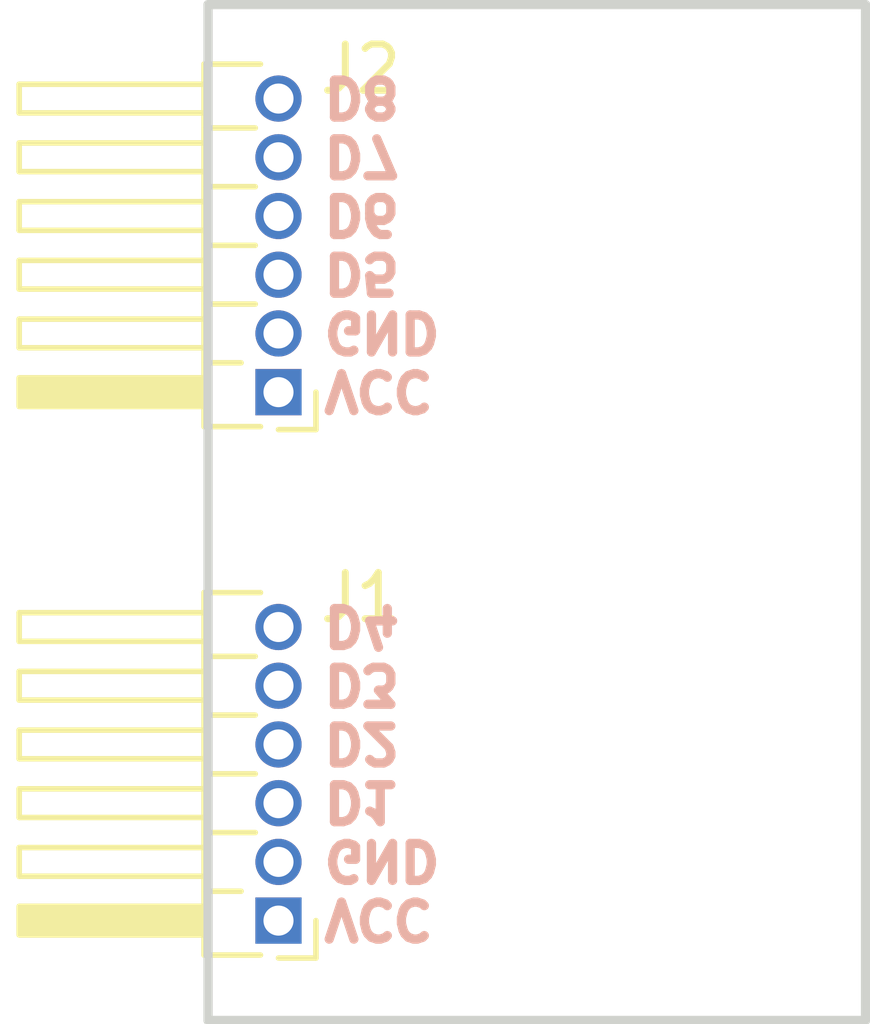
<source format=kicad_pcb>
(kicad_pcb (version 20241229) (generator "pcbnew") (generator_version "9.0")
  (title_block (title "Connector Pmod single version") (date "2025-09-17") (rev "0.0.1") (comment 1 "Manuel Alejandro Baez Ponce"))
  (layers (0 "F.Cu" signal) (2 "B.Cu" signal) (13 "F.Paste" user) (15 "B.Paste" user) (5 "F.SilkS" user "F.Silkscreen") (7 "B.SilkS" user "B.Silkscreen") (1 "F.Mask" user) (3 "B.Mask" user) (25 "Edge.Cuts" user))
  (net 0 "")
  (net 1 "D1")
  (net 2 "GND")
  (net 3 "D4")
  (net 4 "D2")
  (net 5 "D3")
  (net 6 "VCC")
  (net 7 "D7")
  (net 8 "D6")
  (net 9 "D5")
  (net 10 "D8")
  (footprint "Connector_PinHeader_1.27mm:PinHeader_1x06_P1.27mm_Horizontal" (layer "F.Cu") (at 86.36 110.49 180)
    (property "Reference" "J1" (at -1.778 6.985 0) (layer "F.SilkS"))
    (property "Value" "Conn_01x06" (hide yes))
    (fp_line (start 5.610001 0.96) (end 5.61 1.58) (stroke (width 0.12)) (layer "F.SilkS"))
    (fp_line (start 5.61 6.66) (end 1.61 6.66) (stroke (width 0.12)) (layer "F.SilkS"))
    (fp_line (start 5.61 6.04) (end 5.61 6.66) (stroke (width 0.12)) (layer "F.SilkS"))
    (fp_line (start 5.61 5.390001) (end 1.609999 5.39) (stroke (width 0.12)) (layer "F.SilkS"))
    (fp_line (start 5.61 4.77) (end 5.61 5.390001) (stroke (width 0.12)) (layer "F.SilkS"))
    (fp_line (start 5.61 4.12) (end 1.61 4.12) (stroke (width 0.12)) (layer "F.SilkS"))
    (fp_line (start 5.61 3.5) (end 5.61 4.12) (stroke (width 0.12)) (layer "F.SilkS"))
    (fp_line (start 5.61 2.85) (end 1.61 2.85) (stroke (width 0.12)) (layer "F.SilkS"))
    (fp_line (start 5.61 2.23) (end 5.61 2.85) (stroke (width 0.12)) (layer "F.SilkS"))
    (fp_line (start 5.61 1.58) (end 1.61 1.58) (stroke (width 0.12)) (layer "F.SilkS"))
    (fp_line (start 1.61 7.095001) (end 0.39 7.095) (stroke (width 0.12)) (layer "F.SilkS"))
    (fp_line (start 1.61 6.04) (end 5.61 6.04) (stroke (width 0.12)) (layer "F.SilkS"))
    (fp_line (start 1.61 4.77) (end 5.61 4.77) (stroke (width 0.12)) (layer "F.SilkS"))
    (fp_line (start 1.61 3.5) (end 5.61 3.5) (stroke (width 0.12)) (layer "F.SilkS"))
    (fp_line (start 1.61 2.23) (end 5.61 2.23) (stroke (width 0.12)) (layer "F.SilkS"))
    (fp_line (start 1.609999 0.96) (end 5.610001 0.96) (stroke (width 0.12)) (layer "F.SilkS"))
    (fp_line (start 1.609999 -0.745) (end 1.61 7.095001) (stroke (width 0.12)) (layer "F.SilkS"))
    (fp_line (start 0.81 0.635) (end 1.61 0.635) (stroke (width 0.12)) (layer "F.SilkS"))
    (fp_line (start 0.502867 5.715) (end 1.61 5.715) (stroke (width 0.12)) (layer "F.SilkS"))
    (fp_line (start 0.502867 4.445) (end 1.61 4.445001) (stroke (width 0.12)) (layer "F.SilkS"))
    (fp_line (start 0.502867 3.175) (end 1.61 3.175) (stroke (width 0.12)) (layer "F.SilkS"))
    (fp_line (start 0.502867 1.905) (end 1.609999 1.905) (stroke (width 0.12)) (layer "F.SilkS"))
    (fp_line (start 0.39 -0.745) (end 1.609999 -0.745) (stroke (width 0.12)) (layer "F.SilkS"))
    (fp_line (start -0.809999 0) (end -0.81 -0.81) (stroke (width 0.12)) (layer "F.SilkS"))
    (fp_line (start -0.81 -0.81) (end 0 -0.809999) (stroke (width 0.12)) (layer "F.SilkS"))
    (fp_poly (pts (xy 1.61 -0.31) (xy 5.61 -0.31) (xy 5.61 0.31) (xy 1.61 0.31)) (stroke (width 0.12)) (fill yes) (layer "F.SilkS"))
    (pad "1" thru_hole rect (at 0 0 180) (size 1 1) (drill 0.65) (layers "*.Cu" "*.Mask") (net 6 "VCC"))
    (pad "2" thru_hole circle (at 0 1.270001 180) (size 1 1) (drill 0.65) (layers "*.Cu" "*.Mask") (net 2 "GND"))
    (pad "3" thru_hole circle (at 0 2.54 180) (size 1 1) (drill 0.65) (layers "*.Cu" "*.Mask") (net 1 "D1"))
    (pad "4" thru_hole circle (at 0 3.81 180) (size 1 1) (drill 0.65) (layers "*.Cu" "*.Mask") (net 4 "D2"))
    (pad "5" thru_hole circle (at 0 5.079999 180) (size 1 1) (drill 0.65) (layers "*.Cu" "*.Mask") (net 5 "D3"))
    (pad "6" thru_hole circle (at 0 6.35 180) (size 1 1) (drill 0.65) (layers "*.Cu" "*.Mask") (net 3 "D4"))
  )
  (footprint "Connector_PinHeader_1.27mm:PinHeader_1x06_P1.27mm_Horizontal" (layer "F.Cu") (at 86.36 99.06 180)
    (property "Reference" "J2" (at -1.778 6.985 0) (layer "F.SilkS"))
    (property "Value" "Conn_01x06" (hide yes))
    (fp_line (start 5.610001 0.96) (end 5.61 1.58) (stroke (width 0.12)) (layer "F.SilkS"))
    (fp_line (start 5.61 6.66) (end 1.61 6.66) (stroke (width 0.12)) (layer "F.SilkS"))
    (fp_line (start 5.61 6.04) (end 5.61 6.66) (stroke (width 0.12)) (layer "F.SilkS"))
    (fp_line (start 5.61 5.390001) (end 1.609999 5.39) (stroke (width 0.12)) (layer "F.SilkS"))
    (fp_line (start 5.61 4.77) (end 5.61 5.390001) (stroke (width 0.12)) (layer "F.SilkS"))
    (fp_line (start 5.61 4.12) (end 1.61 4.12) (stroke (width 0.12)) (layer "F.SilkS"))
    (fp_line (start 5.61 3.5) (end 5.61 4.12) (stroke (width 0.12)) (layer "F.SilkS"))
    (fp_line (start 5.61 2.85) (end 1.61 2.85) (stroke (width 0.12)) (layer "F.SilkS"))
    (fp_line (start 5.61 2.23) (end 5.61 2.85) (stroke (width 0.12)) (layer "F.SilkS"))
    (fp_line (start 5.61 1.58) (end 1.61 1.58) (stroke (width 0.12)) (layer "F.SilkS"))
    (fp_line (start 1.61 7.095001) (end 0.39 7.095) (stroke (width 0.12)) (layer "F.SilkS"))
    (fp_line (start 1.61 6.04) (end 5.61 6.04) (stroke (width 0.12)) (layer "F.SilkS"))
    (fp_line (start 1.61 4.77) (end 5.61 4.77) (stroke (width 0.12)) (layer "F.SilkS"))
    (fp_line (start 1.61 3.5) (end 5.61 3.5) (stroke (width 0.12)) (layer "F.SilkS"))
    (fp_line (start 1.61 2.23) (end 5.61 2.23) (stroke (width 0.12)) (layer "F.SilkS"))
    (fp_line (start 1.609999 0.96) (end 5.610001 0.96) (stroke (width 0.12)) (layer "F.SilkS"))
    (fp_line (start 1.609999 -0.745) (end 1.61 7.095001) (stroke (width 0.12)) (layer "F.SilkS"))
    (fp_line (start 0.81 0.635) (end 1.61 0.635) (stroke (width 0.12)) (layer "F.SilkS"))
    (fp_line (start 0.502867 5.715) (end 1.61 5.715) (stroke (width 0.12)) (layer "F.SilkS"))
    (fp_line (start 0.502867 4.445) (end 1.61 4.445001) (stroke (width 0.12)) (layer "F.SilkS"))
    (fp_line (start 0.502867 3.175) (end 1.61 3.175) (stroke (width 0.12)) (layer "F.SilkS"))
    (fp_line (start 0.502867 1.905) (end 1.609999 1.905) (stroke (width 0.12)) (layer "F.SilkS"))
    (fp_line (start 0.39 -0.745) (end 1.609999 -0.745) (stroke (width 0.12)) (layer "F.SilkS"))
    (fp_line (start -0.809999 0) (end -0.81 -0.81) (stroke (width 0.12)) (layer "F.SilkS"))
    (fp_line (start -0.81 -0.81) (end 0 -0.809999) (stroke (width 0.12)) (layer "F.SilkS"))
    (fp_poly (pts (xy 1.61 -0.31) (xy 5.61 -0.31) (xy 5.61 0.31) (xy 1.61 0.31)) (stroke (width 0.12)) (fill yes) (layer "F.SilkS"))
    (pad "1" thru_hole rect (at 0 0 180) (size 1 1) (drill 0.65) (layers "*.Cu" "*.Mask") (net 6 "VCC"))
    (pad "2" thru_hole circle (at 0 1.270001 180) (size 1 1) (drill 0.65) (layers "*.Cu" "*.Mask") (net 2 "GND"))
    (pad "3" thru_hole circle (at 0 2.54 180) (size 1 1) (drill 0.65) (layers "*.Cu" "*.Mask") (net 9 "D5"))
    (pad "4" thru_hole circle (at 0 3.81 180) (size 1 1) (drill 0.65) (layers "*.Cu" "*.Mask") (net 8 "D6"))
    (pad "5" thru_hole circle (at 0 5.079999 180) (size 1 1) (drill 0.65) (layers "*.Cu" "*.Mask") (net 7 "D7"))
    (pad "6" thru_hole circle (at 0 6.35 180) (size 1 1) (drill 0.65) (layers "*.Cu" "*.Mask") (net 10 "D8"))
  )
  (gr_line (start 99.06 90.678) (end 99.06 112.649) (stroke (width 0.2)) (layer "Edge.Cuts"))
  (gr_line (start 84.836 112.649) (end 84.836 90.678) (stroke (width 0.2)) (layer "Edge.Cuts"))
  (gr_line (start 84.836 90.678) (end 99.06 90.678) (stroke (width 0.2)) (layer "Edge.Cuts"))
  (gr_line (start 99.06 112.649) (end 84.836 112.649) (stroke (width 0.2)) (layer "Edge.Cuts"))
  (gr_text "D8" (at 87.249 92.202 180) (layer "B.SilkS") (effects (font (size 0.8 0.8) (thickness 0.2) (bold yes)) (justify left bottom mirror)))
  (gr_text "D5" (at 87.249 96.012 180) (layer "B.SilkS") (effects (font (size 0.8 0.8) (thickness 0.2) (bold yes)) (justify left bottom mirror)))
  (gr_text "D3" (at 87.249 104.902001 180) (layer "B.SilkS") (effects (font (size 0.8 0.8) (thickness 0.2) (bold yes)) (justify left bottom mirror)))
  (gr_text "VCC" (at 87.249 109.982 180) (layer "B.SilkS") (effects (font (size 0.8 0.8) (thickness 0.2) (bold yes)) (justify left bottom mirror)))
  (gr_text "D6" (at 87.249 94.742 180) (layer "B.SilkS") (effects (font (size 0.8 0.8) (thickness 0.2) (bold yes)) (justify left bottom mirror)))
  (gr_text "D2" (at 87.249 106.172 180) (layer "B.SilkS") (effects (font (size 0.8 0.8) (thickness 0.2) (bold yes)) (justify left bottom mirror)))
  (gr_text "GND\n" (at 87.249 108.711999 180) (layer "B.SilkS") (effects (font (size 0.8 0.8) (thickness 0.2) (bold yes)) (justify left bottom mirror)))
  (gr_text "D1" (at 87.249 107.442 180) (layer "B.SilkS") (effects (font (size 0.8 0.8) (thickness 0.2) (bold yes)) (justify left bottom mirror)))
  (gr_text "D7" (at 87.249 93.472001 180) (layer "B.SilkS") (effects (font (size 0.8 0.8) (thickness 0.2) (bold yes)) (justify left bottom mirror)))
  (gr_text "GND\n" (at 87.249 97.281999 180) (layer "B.SilkS") (effects (font (size 0.8 0.8) (thickness 0.2) (bold yes)) (justify left bottom mirror)))
  (gr_text "VCC" (at 87.249 98.552 180) (layer "B.SilkS") (effects (font (size 0.8 0.8) (thickness 0.2) (bold yes)) (justify left bottom mirror)))
  (gr_text "D4" (at 87.249 103.632 180) (layer "B.SilkS") (effects (font (size 0.8 0.8) (thickness 0.2) (bold yes)) (justify left bottom mirror)))
)
</source>
